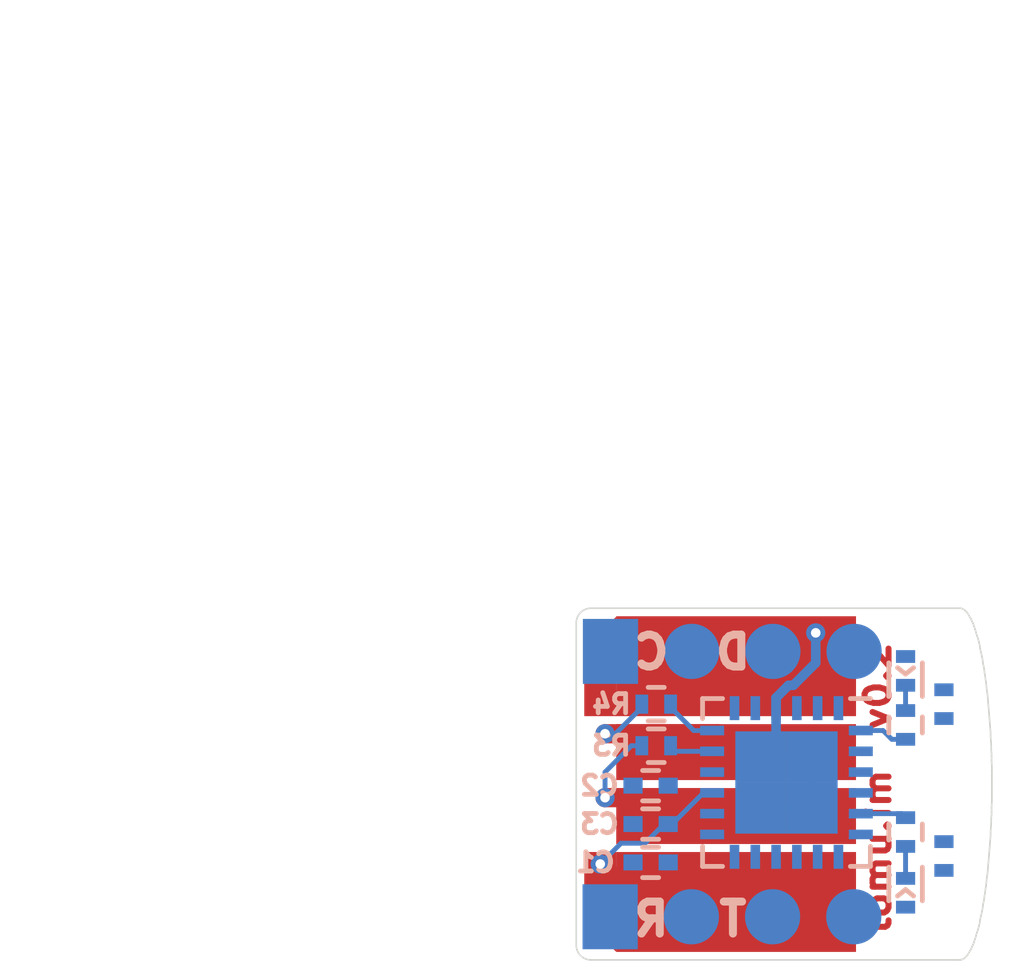
<source format=kicad_pcb>

(kicad_pcb
  (version 4)
  (host pcbnew 4.0.2+e4-6225~38~ubuntu14.04.1-stable)
  (general
    (links 43)
    (no_connects 0)
    (area 16.97489 17.974999 30.025001 29.02511)
    (thickness 1.6)
    (drawings 174)
    (tracks 189)
    (zones 0)
    (modules 16)
    (nets 24))
  (page User 200 150.012)
  (title_block
    (title "Tomu, I'm")
    (date $Id$)
    (company "Tim 'mithro' Ansell <mithro@mithis.com>")
    (comment 1 "License: CC-BY-SA 4.0 or TAPR")
    (comment 2 http://tomu.im)
    (comment 3 https://github.com/mithro/tomu))
  (layers
    (0 F.Cu signal)
    (31 B.Cu signal)
    (32 B.Adhes user hide)
    (33 F.Adhes user hide)
    (34 B.Paste user hide)
    (35 F.Paste user hide)
    (36 B.SilkS user hide)
    (37 F.SilkS user hide)
    (38 B.Mask user hide)
    (39 F.Mask user)
    (40 Dwgs.User user hide)
    (41 Cmts.User user hide)
    (42 Eco1.User user hide)
    (43 Eco2.User user hide)
    (44 Edge.Cuts user)
    (45 Margin user hide)
    (46 B.CrtYd user hide)
    (47 F.CrtYd user hide)
    (48 B.Fab user hide)
    (49 F.Fab user hide))
  (setup
    (last_trace_width 0.127)
    (user_trace_width 0.0254)
    (user_trace_width 0.1016)
    (user_trace_width 0.127)
    (user_trace_width 0.2032)
    (user_trace_width 0.254)
    (user_trace_width 0.3048)
    (trace_clearance 0.1524)
    (zone_clearance 0)
    (zone_45_only no)
    (trace_min 0.1524)
    (segment_width 0.1)
    (edge_width 0.15)
    (via_size 0.6)
    (via_drill 0.3)
    (via_min_size 0.4)
    (via_min_drill 0.3)
    (uvia_size 0.3)
    (uvia_drill 0.1)
    (uvias_allowed no)
    (uvia_min_size 0.2)
    (uvia_min_drill 0.1)
    (pcb_text_width 0.3)
    (pcb_text_size 1.5 1.5)
    (mod_edge_width 0.15)
    (mod_text_size 1 1)
    (mod_text_width 0.15)
    (pad_size 0.75 0.3)
    (pad_drill 0)
    (pad_to_mask_clearance 0.1)
    (solder_mask_min_width 0.1)
    (aux_axis_origin 0 0)
    (visible_elements FFFFFF7F)
    (pcbplotparams
      (layerselection 0x010f0_80000001)
      (usegerberextensions true)
      (excludeedgelayer true)
      (linewidth 0.1)
      (plotframeref false)
      (viasonmask false)
      (mode 1)
      (useauxorigin false)
      (hpglpennumber 1)
      (hpglpenspeed 20)
      (hpglpendiameter 15)
      (hpglpenoverlay 2)
      (psnegative false)
      (psa4output false)
      (plotreference true)
      (plotvalue true)
      (plotinvisibletext false)
      (padsonsilk false)
      (subtractmaskfromsilk false)
      (outputformat 1)
      (mirror false)
      (drillshape 0)
      (scaleselection 1)
      (outputdirectory gerber/)))
  (net 0 "")
  (net 1 GND)
  (net 2 +3V3)
  (net 3 /USB_5V)
  (net 4 "Net-(D1-Pad1)")
  (net 5 "Net-(D2-Pad1)")
  (net 6 /DBG_SWDIO)
  (net 7 /DBG_SWCLK)
  (net 8 /USB_D+)
  (net 9 /USB_D-)
  (net 10 "Net-(U1-Pad7)")
  (net 11 /DEC)
  (net 12 /LED1)
  (net 13 /LED0)
  (net 14 /RUSB_D+)
  (net 15 /RUSB_D-)
  (net 16 /CAP0A)
  (net 17 /CAP1A)
  (net 18 /CAP0B)
  (net 19 /CAP1B)
  (net 20 /LEU0_RX)
  (net 21 /LEU0_TX)
  (net 22 "Net-(U1-Pad6)")
  (net 23 "Net-(U1-Pad8)")
  (net_class Default "This is the default net class."
    (clearance 0.1524)
    (trace_width 0.1524)
    (via_dia 0.6)
    (via_drill 0.3)
    (uvia_dia 0.3)
    (uvia_drill 0.1)
    (add_net +3V3)
    (add_net /CAP0A)
    (add_net /CAP0B)
    (add_net /CAP1A)
    (add_net /CAP1B)
    (add_net /DBG_SWCLK)
    (add_net /DBG_SWDIO)
    (add_net /DEC)
    (add_net /LED0)
    (add_net /LED1)
    (add_net /LEU0_RX)
    (add_net /LEU0_TX)
    (add_net /RUSB_D+)
    (add_net /RUSB_D-)
    (add_net /USB_5V)
    (add_net /USB_D+)
    (add_net /USB_D-)
    (add_net GND)
    (add_net "Net-(D1-Pad1)")
    (add_net "Net-(D2-Pad1)")
    (add_net "Net-(U1-Pad6)")
    (add_net "Net-(U1-Pad7)")
    (add_net "Net-(U1-Pad8)"))
  (module Measurement_Points:Measurement_Point_Round-TH_Small
    (layer F.Cu)
    (tedit 579CC173)
    (tstamp 579CB3F9)
    (at 0 0)
    (descr "Mesurement Point, Square, Trough Hole,  DM 1.5mm, Drill 0.8mm,")
    (tags "Mesurement Point Round Trough Hole 1.5mm Drill 0.8mm")
    (attr virtual)
    (fp_text reference REF**
      (at 0 -2)
      (layer F.SilkS) hide
      (effects
        (font
          (size 1 1)
          (thickness 0.15))))
    (fp_text value Measurement_Point_Round-TH_Small
      (at 0 2)
      (layer F.Fab) hide
      (effects
        (font
          (size 1 1)
          (thickness 0.15))))
    (fp_circle
      (center 0 0)
      (end 1 0)
      (layer F.CrtYd)
      (width 0.05))
    (fp_poly
      (pts
        (xy 28.5 22.75)
        (xy 30.25 22.75)
        (xy 30.25 18.5)
        (xy 28.5 18.5)
        (xy 28.5 22.75))
      (layer B.Mask)
      (width 0.1))
    (fp_poly
      (pts
        (xy 28.5 28.5)
        (xy 28.5 24)
        (xy 30.25 24)
        (xy 30.25 28.5)
        (xy 28.5 28.5))
      (layer B.Mask)
      (width 0.1))
    (fp_poly
      (pts
        (xy 27.75 28.5)
        (xy 27.75 24)
        (xy 30.25 24)
        (xy 30.25 28.5)
        (xy 27.75 28.5))
      (layer F.Mask)
      (width 0.1))
    (fp_poly
      (pts
        (xy 30.25 22.75)
        (xy 30.25 18.5)
        (xy 27.75 18.5)
        (xy 27.75 22.75)
        (xy 30.25 22.75))
      (layer F.Mask)
      (width 0.1))
    (pad "" np_thru_hole oval
      (at 29 23.5 90)
      (size 2.5 0.8)
      (drill oval 2.5 0.8)
      (layers *.Cu)))
  (module debug-points
    (layer B.Cu)
    (tedit 579C71AA)
    (tstamp 5798C204)
    (at 18.06 27.65 270)
    (descr "Through hole pin header")
    (tags "pin header")
    (path /5798FD61)
    (fp_text reference P1
      (at 0 1.78 270)
      (layer Dwgs.User)
      (effects
        (font
          (size 1 1)
          (thickness 0.15))))
    (fp_text value USART0
      (at 0 3.1 270)
      (layer B.Fab)
      (effects
        (font
          (size 1 1)
          (thickness 0.15))
        (justify mirror)))
    (pad 1 smd rect
      (at 0 0 270)
      (size 2.032 1.7272)
      (layers B.Cu B.Paste B.Mask)
      (solder_mask_margin -0.25)
      (zone_connect 2))
    (pad 2 smd oval
      (at 0 -2.54 270)
      (size 1.7272 1.7272)
      (layers B.Cu B.Paste B.Mask)
      (solder_mask_margin -0.25)
      (zone_connect 2))
    (pad 3 smd oval
      (at 0 -5.08 270)
      (size 1.7272 1.7272)
      (layers B.Cu B.Paste B.Mask)
      (solder_mask_margin -0.25)
      (zone_connect 2))
    (pad 4 smd oval
      (at 0 -7.62 270)
      (size 1.7272 1.7272)
      (layers B.Cu B.Paste B.Mask)
      (solder_mask_margin -0.25)
      (zone_connect 2))
    (model Pin_Headers.3dshapes/Pin_Header_Angled_1x04.wrl
      (at
        (xyz 0 -0.15 0))
      (scale
        (xyz 1 1 1))
      (rotate
        (xyz 0 0 90))))
  (module Resistors_SMD:R_0402
    (layer B.Cu)
    (tedit 579CBFFC)
    (tstamp 5798C267)
    (at 27.3 25 90)
    (descr "Resistor SMD 0402, reflow soldering, Vishay (see dcrcw.pdf)")
    (tags "resistor 0402")
    (path /5798F38A)
    (attr smd)
    (fp_text reference R2
      (at 0 1.8 90)
      (layer B.SilkS) hide
      (effects
        (font
          (size 0.6 0.6)
          (thickness 0.15))
        (justify mirror)))
    (fp_text value 75
      (at 0 -1.8 90)
      (layer B.Fab)
      (effects
        (font
          (size 1 1)
          (thickness 0.15))
        (justify mirror)))
    (fp_line
      (start -0.95 0.65)
      (end 0.95 0.65)
      (layer B.CrtYd)
      (width 0.05))
    (fp_line
      (start -0.95 -0.65)
      (end 0.95 -0.65)
      (layer B.CrtYd)
      (width 0.05))
    (fp_line
      (start -0.95 0.65)
      (end -0.95 -0.65)
      (layer B.CrtYd)
      (width 0.05))
    (fp_line
      (start 0.95 0.65)
      (end 0.95 -0.65)
      (layer B.CrtYd)
      (width 0.05))
    (fp_line
      (start 0.25 0.525)
      (end -0.25 0.525)
      (layer B.SilkS)
      (width 0.15))
    (fp_line
      (start -0.25 -0.525)
      (end 0.25 -0.525)
      (layer B.SilkS)
      (width 0.15))
    (pad 1 smd rect
      (at -0.45 0 90)
      (size 0.4 0.6)
      (layers B.Cu B.Paste B.Mask)
      (net 5 "Net-(D2-Pad1)"))
    (pad 2 smd rect
      (at 0.45 0 90)
      (size 0.4 0.6)
      (layers B.Cu B.Paste B.Mask)
      (net 13 /LED0))
    (model Resistors_SMD.3dshapes/R_0402.wrl
      (at
        (xyz 0 0 0))
      (scale
        (xyz 1 1 1))
      (rotate
        (xyz 0 0 0))))
  (module LEDs:LED_0402
    (layer B.Cu)
    (tedit 579CC00C)
    (tstamp 5798C1BF)
    (at 27.3 19.96 90)
    (descr "LED 0402 smd package")
    (tags "LED led 0402 SMD smd SMT smt smdled SMDLED smtled SMTLED")
    (path /5798F0D5)
    (attr smd)
    (fp_text reference D1
      (at 0 1.8 90)
      (layer B.SilkS) hide
      (effects
        (font
          (size 1 1)
          (thickness 0.15))
        (justify mirror)))
    (fp_text value LED
      (at 0 -1.8 90)
      (layer B.Fab)
      (effects
        (font
          (size 1 1)
          (thickness 0.15))
        (justify mirror)))
    (fp_line
      (start -0.1 0)
      (end 0.1 -0.25)
      (layer B.SilkS)
      (width 0.15))
    (fp_line
      (start 0.1 0.25)
      (end -0.1 0)
      (layer B.SilkS)
      (width 0.15))
    (fp_line
      (start -0.95 0.65)
      (end 0.95 0.65)
      (layer B.CrtYd)
      (width 0.05))
    (fp_line
      (start -0.95 -0.65)
      (end 0.95 -0.65)
      (layer B.CrtYd)
      (width 0.05))
    (fp_line
      (start -0.95 0.65)
      (end -0.95 -0.65)
      (layer B.CrtYd)
      (width 0.05))
    (fp_line
      (start 0.95 0.65)
      (end 0.95 -0.65)
      (layer B.CrtYd)
      (width 0.05))
    (fp_line
      (start 0.25 0.525)
      (end -0.8 0.525)
      (layer B.SilkS)
      (width 0.15))
    (fp_line
      (start 0.25 -0.525)
      (end -0.8 -0.525)
      (layer B.SilkS)
      (width 0.15))
    (pad 1 smd rect
      (at -0.45 0 90)
      (size 0.4 0.6)
      (layers B.Cu B.Paste B.Mask)
      (net 4 "Net-(D1-Pad1)"))
    (pad 2 smd rect
      (at 0.45 0 90)
      (size 0.4 0.6)
      (layers B.Cu B.Paste B.Mask))
    (model LEDs.3dshapes/LED_0402.wrl
      (at
        (xyz 0 0 0))
      (scale
        (xyz 1 1 1))
      (rotate
        (xyz 0 0 180))))
  (module Capacitors_SMD:C_0402
    (layer B.Cu)
    (tedit 579C77D3)
    (tstamp 5798C199)
    (at 19.325 25.95)
    (descr "Capacitor SMD 0402, reflow soldering, AVX (see smccp.pdf)")
    (tags "capacitor 0402")
    (path /5798BCD7)
    (attr smd)
    (fp_text reference C1
      (at -1.725 0)
      (layer B.SilkS)
      (effects
        (font
          (size 0.6 0.6)
          (thickness 0.15))
        (justify mirror)))
    (fp_text value 1uF
      (at 0 -1.7)
      (layer B.Fab)
      (effects
        (font
          (size 1 1)
          (thickness 0.15))
        (justify mirror)))
    (fp_line
      (start -1.15 0.6)
      (end 1.15 0.6)
      (layer B.CrtYd)
      (width 0.05))
    (fp_line
      (start -1.15 -0.6)
      (end 1.15 -0.6)
      (layer B.CrtYd)
      (width 0.05))
    (fp_line
      (start -1.15 0.6)
      (end -1.15 -0.6)
      (layer B.CrtYd)
      (width 0.05))
    (fp_line
      (start 1.15 0.6)
      (end 1.15 -0.6)
      (layer B.CrtYd)
      (width 0.05))
    (fp_line
      (start 0.25 0.475)
      (end -0.25 0.475)
      (layer B.SilkS)
      (width 0.15))
    (fp_line
      (start -0.25 -0.475)
      (end 0.25 -0.475)
      (layer B.SilkS)
      (width 0.15))
    (pad 1 smd rect
      (at -0.55 0)
      (size 0.6 0.5)
      (layers B.Cu B.Paste B.Mask))
    (pad 2 smd rect
      (at 0.55 0)
      (size 0.6 0.5)
      (layers B.Cu B.Paste B.Mask))
    (model Capacitors_SMD.3dshapes/C_0402.wrl
      (at
        (xyz 0 0 0))
      (scale
        (xyz 1 1 1))
      (rotate
        (xyz 0 0 0))))
  (module Capacitors_SMD:C_0402
    (layer B.Cu)
    (tedit 579C77A2)
    (tstamp 5798C1A5)
    (at 19.325 23.55 180)
    (descr "Capacitor SMD 0402, reflow soldering, AVX (see smccp.pdf)")
    (tags "capacitor 0402")
    (path /5798B89B)
    (attr smd)
    (fp_text reference C2
      (at 1.6 0 180)
      (layer B.SilkS)
      (effects
        (font
          (size 0.6 0.6)
          (thickness 0.15))
        (justify mirror)))
    (fp_text value 1uF
      (at 0 -1.7 180)
      (layer B.Fab)
      (effects
        (font
          (size 1 1)
          (thickness 0.15))
        (justify mirror)))
    (fp_line
      (start -1.15 0.6)
      (end 1.15 0.6)
      (layer B.CrtYd)
      (width 0.05))
    (fp_line
      (start -1.15 -0.6)
      (end 1.15 -0.6)
      (layer B.CrtYd)
      (width 0.05))
    (fp_line
      (start -1.15 0.6)
      (end -1.15 -0.6)
      (layer B.CrtYd)
      (width 0.05))
    (fp_line
      (start 1.15 0.6)
      (end 1.15 -0.6)
      (layer B.CrtYd)
      (width 0.05))
    (fp_line
      (start 0.25 0.475)
      (end -0.25 0.475)
      (layer B.SilkS)
      (width 0.15))
    (fp_line
      (start -0.25 -0.475)
      (end 0.25 -0.475)
      (layer B.SilkS)
      (width 0.15))
    (pad 1 smd rect
      (at -0.55 0 180)
      (size 0.6 0.5)
      (layers B.Cu B.Paste B.Mask))
    (pad 2 smd rect
      (at 0.55 0 180)
      (size 0.6 0.5)
      (layers B.Cu B.Paste B.Mask))
    (model Capacitors_SMD.3dshapes/C_0402.wrl
      (at
        (xyz 0 0 0))
      (scale
        (xyz 1 1 1))
      (rotate
        (xyz 0 0 0))))
  (module Capacitors_SMD:C_0402
    (layer B.Cu)
    (tedit 579C77A9)
    (tstamp 5798C1B1)
    (at 19.325 24.75 180)
    (descr "Capacitor SMD 0402, reflow soldering, AVX (see smccp.pdf)")
    (tags "capacitor 0402")
    (path /5798BA32)
    (attr smd)
    (fp_text reference C3
      (at 1.6 0 180)
      (layer B.SilkS)
      (effects
        (font
          (size 0.6 0.6)
          (thickness 0.15))
        (justify mirror)))
    (fp_text value 47uF
      (at 0 -1.7 180)
      (layer B.Fab)
      (effects
        (font
          (size 1 1)
          (thickness 0.15))
        (justify mirror)))
    (fp_line
      (start -1.15 0.6)
      (end 1.15 0.6)
      (layer B.CrtYd)
      (width 0.05))
    (fp_line
      (start -1.15 -0.6)
      (end 1.15 -0.6)
      (layer B.CrtYd)
      (width 0.05))
    (fp_line
      (start -1.15 0.6)
      (end -1.15 -0.6)
      (layer B.CrtYd)
      (width 0.05))
    (fp_line
      (start 1.15 0.6)
      (end 1.15 -0.6)
      (layer B.CrtYd)
      (width 0.05))
    (fp_line
      (start 0.25 0.475)
      (end -0.25 0.475)
      (layer B.SilkS)
      (width 0.15))
    (fp_line
      (start -0.25 -0.475)
      (end 0.25 -0.475)
      (layer B.SilkS)
      (width 0.15))
    (pad 1 smd rect
      (at -0.55 0 180)
      (size 0.6 0.5)
      (layers B.Cu B.Paste B.Mask))
    (pad 2 smd rect
      (at 0.55 0 180)
      (size 0.6 0.5)
      (layers B.Cu B.Paste B.Mask))
    (model Capacitors_SMD.3dshapes/C_0402.wrl
      (at
        (xyz 0 0 0))
      (scale
        (xyz 1 1 1))
      (rotate
        (xyz 0 0 0))))
  (module LEDs:LED_0402
    (layer B.Cu)
    (tedit 579CBFF6)
    (tstamp 5798C1CD)
    (at 27.3 26.9 270)
    (descr "LED 0402 smd package")
    (tags "LED led 0402 SMD smd SMT smt smdled SMDLED smtled SMTLED")
    (path /5798F173)
    (attr smd)
    (fp_text reference D2
      (at 0.1 1.325 360)
      (layer B.SilkS) hide
      (effects
        (font
          (size 0.6 0.6)
          (thickness 0.15))
        (justify mirror)))
    (fp_text value LED
      (at 0 -1.8 270)
      (layer B.Fab)
      (effects
        (font
          (size 1 1)
          (thickness 0.15))
        (justify mirror)))
    (fp_line
      (start -0.1 0)
      (end 0.1 -0.25)
      (layer B.SilkS)
      (width 0.15))
    (fp_line
      (start 0.1 0.25)
      (end -0.1 0)
      (layer B.SilkS)
      (width 0.15))
    (fp_line
      (start -0.95 0.65)
      (end 0.95 0.65)
      (layer B.CrtYd)
      (width 0.05))
    (fp_line
      (start -0.95 -0.65)
      (end 0.95 -0.65)
      (layer B.CrtYd)
      (width 0.05))
    (fp_line
      (start -0.95 0.65)
      (end -0.95 -0.65)
      (layer B.CrtYd)
      (width 0.05))
    (fp_line
      (start 0.95 0.65)
      (end 0.95 -0.65)
      (layer B.CrtYd)
      (width 0.05))
    (fp_line
      (start 0.25 0.525)
      (end -0.8 0.525)
      (layer B.SilkS)
      (width 0.15))
    (fp_line
      (start 0.25 -0.525)
      (end -0.8 -0.525)
      (layer B.SilkS)
      (width 0.15))
    (pad 1 smd rect
      (at -0.45 0 270)
      (size 0.4 0.6)
      (layers B.Cu B.Paste B.Mask)
      (net 5 "Net-(D2-Pad1)"))
    (pad 2 smd rect
      (at 0.45 0 270)
      (size 0.4 0.6)
      (layers B.Cu B.Paste B.Mask))
    (model LEDs.3dshapes/LED_0402.wrl
      (at
        (xyz 0 0 0))
      (scale
        (xyz 1 1 1))
      (rotate
        (xyz 0 0 180))))
  (module Resistors_SMD:R_0402
    (layer B.Cu)
    (tedit 579CC000)
    (tstamp 5798C25B)
    (at 27.3 21.65 90)
    (descr "Resistor SMD 0402, reflow soldering, Vishay (see dcrcw.pdf)")
    (tags "resistor 0402")
    (path /5798F3FD)
    (attr smd)
    (fp_text reference R1
      (at 0 1.8 90)
      (layer B.SilkS) hide
      (effects
        (font
          (size 0.6 0.6)
          (thickness 0.15))
        (justify mirror)))
    (fp_text value 75
      (at 0 -1.8 90)
      (layer B.Fab)
      (effects
        (font
          (size 1 1)
          (thickness 0.15))
        (justify mirror)))
    (fp_line
      (start -0.95 0.65)
      (end 0.95 0.65)
      (layer B.CrtYd)
      (width 0.05))
    (fp_line
      (start -0.95 -0.65)
      (end 0.95 -0.65)
      (layer B.CrtYd)
      (width 0.05))
    (fp_line
      (start -0.95 0.65)
      (end -0.95 -0.65)
      (layer B.CrtYd)
      (width 0.05))
    (fp_line
      (start 0.95 0.65)
      (end 0.95 -0.65)
      (layer B.CrtYd)
      (width 0.05))
    (fp_line
      (start 0.25 0.525)
      (end -0.25 0.525)
      (layer B.SilkS)
      (width 0.15))
    (fp_line
      (start -0.25 -0.525)
      (end 0.25 -0.525)
      (layer B.SilkS)
      (width 0.15))
    (pad 1 smd rect
      (at -0.45 0 90)
      (size 0.4 0.6)
      (layers B.Cu B.Paste B.Mask)
      (net 12 /LED1))
    (pad 2 smd rect
      (at 0.45 0 90)
      (size 0.4 0.6)
      (layers B.Cu B.Paste B.Mask)
      (net 4 "Net-(D1-Pad1)"))
    (model Resistors_SMD.3dshapes/R_0402.wrl
      (at
        (xyz 0 0 0))
      (scale
        (xyz 1 1 1))
      (rotate
        (xyz 0 0 0))))
  (module Resistors_SMD:R_0402
    (layer B.Cu)
    (tedit 579C76C1)
    (tstamp 5798C273)
    (at 19.5 22.3)
    (descr "Resistor SMD 0402, reflow soldering, Vishay (see dcrcw.pdf)")
    (tags "resistor 0402")
    (path /5798C3BC)
    (attr smd)
    (fp_text reference R3
      (at -1.4 0)
      (layer B.SilkS)
      (effects
        (font
          (size 0.6 0.6)
          (thickness 0.15))
        (justify mirror)))
    (fp_text value 15
      (at 0 -1.8)
      (layer B.Fab)
      (effects
        (font
          (size 1 1)
          (thickness 0.15))
        (justify mirror)))
    (fp_line
      (start -0.95 0.65)
      (end 0.95 0.65)
      (layer B.CrtYd)
      (width 0.05))
    (fp_line
      (start -0.95 -0.65)
      (end 0.95 -0.65)
      (layer B.CrtYd)
      (width 0.05))
    (fp_line
      (start -0.95 0.65)
      (end -0.95 -0.65)
      (layer B.CrtYd)
      (width 0.05))
    (fp_line
      (start 0.95 0.65)
      (end 0.95 -0.65)
      (layer B.CrtYd)
      (width 0.05))
    (fp_line
      (start 0.25 0.525)
      (end -0.25 0.525)
      (layer B.SilkS)
      (width 0.15))
    (fp_line
      (start -0.25 -0.525)
      (end 0.25 -0.525)
      (layer B.SilkS)
      (width 0.15))
    (pad 1 smd rect
      (at -0.45 0)
      (size 0.4 0.6)
      (layers B.Cu B.Paste B.Mask)
      (net 9 /USB_D-))
    (pad 2 smd rect
      (at 0.45 0)
      (size 0.4 0.6)
      (layers B.Cu B.Paste B.Mask)
      (net 15 /RUSB_D-))
    (model Resistors_SMD.3dshapes/R_0402.wrl
      (at
        (xyz 0 0 0))
      (scale
        (xyz 1 1 1))
      (rotate
        (xyz 0 0 0))))
  (module Resistors_SMD:R_0402
    (layer B.Cu)
    (tedit 579C7699)
    (tstamp 5798C27F)
    (at 19.5 21)
    (descr "Resistor SMD 0402, reflow soldering, Vishay (see dcrcw.pdf)")
    (tags "resistor 0402")
    (path /5798C529)
    (attr smd)
    (fp_text reference R4
      (at -1.4 0)
      (layer B.SilkS)
      (effects
        (font
          (size 0.6 0.6)
          (thickness 0.15))
        (justify mirror)))
    (fp_text value 15
      (at 0 -1.8)
      (layer B.Fab)
      (effects
        (font
          (size 1 1)
          (thickness 0.15))
        (justify mirror)))
    (fp_line
      (start -0.95 0.65)
      (end 0.95 0.65)
      (layer B.CrtYd)
      (width 0.05))
    (fp_line
      (start -0.95 -0.65)
      (end 0.95 -0.65)
      (layer B.CrtYd)
      (width 0.05))
    (fp_line
      (start -0.95 0.65)
      (end -0.95 -0.65)
      (layer B.CrtYd)
      (width 0.05))
    (fp_line
      (start 0.95 0.65)
      (end 0.95 -0.65)
      (layer B.CrtYd)
      (width 0.05))
    (fp_line
      (start 0.25 0.525)
      (end -0.25 0.525)
      (layer B.SilkS)
      (width 0.15))
    (fp_line
      (start -0.25 -0.525)
      (end 0.25 -0.525)
      (layer B.SilkS)
      (width 0.15))
    (pad 1 smd rect
      (at -0.45 0)
      (size 0.4 0.6)
      (layers B.Cu B.Paste B.Mask)
      (net 8 /USB_D+))
    (pad 2 smd rect
      (at 0.45 0)
      (size 0.4 0.6)
      (layers B.Cu B.Paste B.Mask)
      (net 14 /RUSB_D+))
    (model Resistors_SMD.3dshapes/R_0402.wrl
      (at
        (xyz 0 0 0))
      (scale
        (xyz 1 1 1))
      (rotate
        (xyz 0 0 0))))
  (module usb-pcb:debug-points
    (layer B.Cu)
    (tedit 579C71AA)
    (tstamp 5798C23B)
    (at 18.07 19.35 270)
    (descr "Through hole pin header")
    (tags "pin header")
    (path /5798E965)
    (fp_text reference P2
      (at 0.03 1.82 270)
      (layer Dwgs.User)
      (effects
        (font
          (size 1 1)
          (thickness 0.15))))
    (fp_text value DEBUG
      (at 0 3.1 270)
      (layer B.Fab)
      (effects
        (font
          (size 1 1)
          (thickness 0.15))
        (justify mirror)))
    (pad 1 smd rect
      (at 0 0 270)
      (size 2.032 1.7272)
      (layers B.Cu B.Paste B.Mask)
      (solder_mask_margin -0.25)
      (zone_connect 2))
    (pad 2 smd oval
      (at 0 -2.54 270)
      (size 1.7272 1.7272)
      (layers B.Cu B.Paste B.Mask)
      (solder_mask_margin -0.25)
      (zone_connect 2))
    (pad 3 smd oval
      (at 0 -5.08 270)
      (size 1.7272 1.7272)
      (layers B.Cu B.Paste B.Mask)
      (solder_mask_margin -0.25)
      (zone_connect 2))
    (pad 4 smd oval
      (at 0 -7.62 270)
      (size 1.7272 1.7272)
      (layers B.Cu B.Paste B.Mask)
      (solder_mask_margin -0.25)
      (zone_connect 2))
    (model Pin_Headers.3dshapes/Pin_Header_Angled_1x04.wrl
      (at
        (xyz 0 -0.15 0))
      (scale
        (xyz 1 1 1))
      (rotate
        (xyz 0 0 90))))
  (module Housings_DFN_QFN:QFN-24-1EP_5x5mm_Pitch0.65mm
    (layer B.Cu)
    (tedit 57A16287)
    (tstamp 5798C2AA)
    (at 23.575 23.45 180)
    (descr "UH Package; 24-Lead Plastic QFN (5mm x 5mm); (see Linear Technology (UH24) QFN 05-08-1747 Rev A.pdf)")
    (tags "QFN 0.65")
    (path /5798B6D7)
    (attr smd)
    (fp_text reference U1
      (at 0 3.7 180)
      (layer B.SilkS) hide
      (effects
        (font
          (size 1 1)
          (thickness 0.15))
        (justify mirror)))
    (fp_text value EFM32HG309
      (at 0 -3.7 180)
      (layer B.Fab)
      (effects
        (font
          (size 1 1)
          (thickness 0.15))
        (justify mirror)))
    (fp_line
      (start -2.95 2.95)
      (end -2.95 -2.95)
      (layer B.CrtYd)
      (width 0.05))
    (fp_line
      (start 2.95 2.95)
      (end 2.95 -2.95)
      (layer B.CrtYd)
      (width 0.05))
    (fp_line
      (start -2.95 2.95)
      (end 2.95 2.95)
      (layer B.CrtYd)
      (width 0.05))
    (fp_line
      (start -2.95 -2.95)
      (end 2.95 -2.95)
      (layer B.CrtYd)
      (width 0.05))
    (fp_line
      (start 2.625 2.625)
      (end 2.625 2)
      (layer B.SilkS)
      (width 0.15))
    (fp_line
      (start -2.625 -2.625)
      (end -2.625 -2)
      (layer B.SilkS)
      (width 0.15))
    (fp_line
      (start 2.625 -2.625)
      (end 2.625 -2)
      (layer B.SilkS)
      (width 0.15))
    (fp_line
      (start -2.625 2.625)
      (end -2 2.625)
      (layer B.SilkS)
      (width 0.15))
    (fp_line
      (start -2.625 -2.625)
      (end -2 -2.625)
      (layer B.SilkS)
      (width 0.15))
    (fp_line
      (start 2.625 -2.625)
      (end 2 -2.625)
      (layer B.SilkS)
      (width 0.15))
    (fp_line
      (start 2.625 2.625)
      (end 2 2.625)
      (layer B.SilkS)
      (width 0.15))
    (pad 1 smd rect
      (at -2.325 1.625 180)
      (size 0.75 0.3)
      (layers B.Cu B.Paste B.Mask)
      (net 12 /LED1))
    (pad 2 smd rect
      (at -2.325 0.975 180)
      (size 0.75 0.3)
      (layers B.Cu B.Paste B.Mask))
    (pad 3 smd rect
      (at -2.325 0.325 180)
      (size 0.75 0.3)
      (layers B.Cu B.Paste B.Mask))
    (pad 4 smd rect
      (at -2.325 -0.325 180)
      (size 0.75 0.3)
      (layers B.Cu B.Paste B.Mask))
    (pad 5 smd rect
      (at -2.325 -0.975 180)
      (size 0.75 0.3)
      (layers B.Cu B.Paste B.Mask)
      (net 13 /LED0))
    (pad 6 smd rect
      (at -2.325 -1.625 180)
      (size 0.75 0.3)
      (layers B.Cu B.Paste B.Mask))
    (pad 7 smd rect
      (at -1.625 -2.325 90)
      (size 0.75 0.3)
      (layers B.Cu B.Paste B.Mask))
    (pad 8 smd rect
      (at -0.975 -2.325 90)
      (size 0.75 0.3)
      (layers B.Cu B.Paste B.Mask))
    (pad 9 smd rect
      (at -0.325 -2.325 90)
      (size 0.75 0.3)
      (layers B.Cu B.Paste B.Mask))
    (pad 10 smd rect
      (at 0.325 -2.325 90)
      (size 0.75 0.3)
      (layers B.Cu B.Paste B.Mask))
    (pad 11 smd rect
      (at 0.975 -2.325 90)
      (size 0.75 0.3)
      (layers B.Cu B.Paste B.Mask))
    (pad 12 smd rect
      (at 1.625 -2.325 90)
      (size 0.75 0.3)
      (layers B.Cu B.Paste B.Mask))
    (pad 13 smd rect
      (at 2.325 -1.625 180)
      (size 0.75 0.3)
      (layers B.Cu B.Paste B.Mask))
    (pad 14 smd rect
      (at 2.325 -0.975 180)
      (size 0.75 0.3)
      (layers B.Cu B.Paste B.Mask))
    (pad 15 smd rect
      (at 2.325 -0.325 180)
      (size 0.75 0.3)
      (layers B.Cu B.Paste B.Mask)
      (net 3 /USB_5V))
    (pad 16 smd rect
      (at 2.325 0.325 180)
      (size 0.75 0.3)
      (layers B.Cu B.Paste B.Mask))
    (pad 17 smd rect
      (at 2.325 0.975 180)
      (size 0.75 0.3)
      (layers B.Cu B.Paste B.Mask)
      (net 15 /RUSB_D-))
    (pad 18 smd rect
      (at 2.325 1.625 180)
      (size 0.75 0.3)
      (layers B.Cu B.Paste B.Mask)
      (net 14 /RUSB_D+))
    (pad 19 smd rect
      (at 1.625 2.325 90)
      (size 0.75 0.3)
      (layers B.Cu B.Paste B.Mask))
    (pad 20 smd rect
      (at 0.975 2.325 90)
      (size 0.75 0.3)
      (layers B.Cu B.Paste B.Mask))
    (pad 21 smd rect
      (at 0.325 2.325 90)
      (size 0.75 0.3)
      (layers B.Cu)
      (net 1 GND))
    (pad 22 smd rect
      (at -0.325 2.325 90)
      (size 0.75 0.3)
      (layers B.Cu B.Paste B.Mask))
    (pad 23 smd rect
      (at -0.975 2.325 90)
      (size 0.75 0.3)
      (layers B.Cu B.Paste B.Mask))
    (pad 24 smd rect
      (at -1.625 2.325 90)
      (size 0.75 0.3)
      (layers B.Cu B.Paste B.Mask))
    (pad 25 smd rect
      (at 0.8 -0.8 180)
      (size 1.6 1.6)
      (layers B.Cu B.Paste B.Mask)
      (net 1 GND)
      (solder_paste_margin_ratio -0.2))
    (pad 25 smd rect
      (at 0.8 0.8 180)
      (size 1.6 1.6)
      (layers B.Cu B.Paste B.Mask)
      (net 1 GND)
      (solder_paste_margin_ratio -0.2))
    (pad 25 smd rect
      (at -0.8 -0.8 180)
      (size 1.6 1.6)
      (layers B.Cu B.Paste B.Mask)
      (net 1 GND)
      (solder_paste_margin_ratio -0.2))
    (pad 25 smd rect
      (at -0.8 0.8 180)
      (size 1.6 1.6)
      (layers B.Cu B.Paste B.Mask)
      (net 1 GND)
      (solder_paste_margin_ratio -0.2))
    (model Housings_DFN_QFN.3dshapes/QFN-24-1EP_5x5mm_Pitch0.65mm.wrl
      (at
        (xyz 0 0 0))
      (scale
        (xyz 1 1 1))
      (rotate
        (xyz 0 0 0))))
  (module usb-pcb:minimal-points
    (layer B.Cu)
    (tedit 579CB616)
    (tstamp 5798C2C0)
    (at 28.5 21 270)
    (descr "Resistor SMD 0402, reflow soldering, Vishay (see dcrcw.pdf)")
    (tags "resistor 0402")
    (path /57990318)
    (attr smd)
    (fp_text reference W1
      (at 0 1.8 270)
      (layer Dwgs.User)
      (effects
        (font
          (size 1 1)
          (thickness 0.15))))
    (fp_text value CAP0
      (at 0 -1.8 270)
      (layer Dwgs.User)
      (effects
        (font
          (size 1 1)
          (thickness 0.15))))
    (pad 1 smd rect
      (at -0.45 0 270)
      (size 0.4 0.6)
      (layers B.Cu))
    (pad 2 smd rect
      (at 0.45 0 270)
      (size 0.4 0.6)
      (layers B.Cu))
    (model Resistors_SMD.3dshapes/R_0402.wrl
      (at
        (xyz 0 0 0))
      (scale
        (xyz 1 1 1))
      (rotate
        (xyz 0 0 0))))
  (module usb-pcb:minimal-points
    (layer B.Cu)
    (tedit 579CB616)
    (tstamp 5798C2D6)
    (at 28.5 25.75 270)
    (descr "Resistor SMD 0402, reflow soldering, Vishay (see dcrcw.pdf)")
    (tags "resistor 0402")
    (path /57990582)
    (attr smd)
    (fp_text reference W2
      (at 0 1.8 270)
      (layer Dwgs.User)
      (effects
        (font
          (size 1 1)
          (thickness 0.15))))
    (fp_text value CAP1
      (at 0 -1.8 270)
      (layer Dwgs.User)
      (effects
        (font
          (size 1 1)
          (thickness 0.15))))
    (pad 1 smd rect
      (at -0.45 0 270)
      (size 0.4 0.6)
      (layers B.Cu))
    (pad 2 smd rect
      (at 0.45 0 270)
      (size 0.4 0.6)
      (layers B.Cu))
    (model Resistors_SMD.3dshapes/R_0402.wrl
      (at
        (xyz 0 0 0))
      (scale
        (xyz 1 1 1))
      (rotate
        (xyz 0 0 0))))
  (module usb-pcb:USB-PCB
    (layer F.Cu)
    (tedit 579DB13B)
    (tstamp 5798C24F)
    (at 17 29)
    (path /5798BECB)
    (fp_text reference P3
      (at 2 2.5)
      (layer Cmts.User)
      (effects
        (font
          (size 1 1)
          (thickness 0.15))))
    (fp_text value USB-PCB
      (at 3.5 1)
      (layer F.Fab)
      (effects
        (font
          (size 1 1)
          (thickness 0.15))))
    (fp_text user +
      (at 9.46 -6.43 90)
      (layer Dwgs.User)
      (effects
        (font
          (size 1 1)
          (thickness 0.15))))
    (fp_text user 5V
      (at 9.5 -1.925 90)
      (layer Dwgs.User)
      (effects
        (font
          (size 1 1)
          (thickness 0.15))))
    (fp_text user 12.00mm
      (at 6 -12.5)
      (layer Cmts.User)
      (effects
        (font
          (size 1 1)
          (thickness 0.05))))
    (fp_text user 11.00mm
      (at 13 -5 90)
      (layer Cmts.User)
      (effects
        (font
          (size 1 1)
          (thickness 0.05))))
    (fp_text user 3.50mm
      (at -1.5 -2 90)
      (layer Cmts.User)
      (effects
        (font
          (size 0.25 0.14)
          (thickness 0.035))))
    (fp_text user 2.00mm
      (at -1.5 -4.5 90)
      (layer Cmts.User)
      (effects
        (font
          (size 0.25 0.15)
          (thickness 0.0375))))
    (fp_text user 2.00mm
      (at -1.5 -6.5 90)
      (layer Cmts.User)
      (effects
        (font
          (size 0.25 0.15)
          (thickness 0.0375))))
    (fp_text user 3.50mm
      (at -1.5 -9.5 90)
      (layer Cmts.User)
      (effects
        (font
          (size 0.25 0.14)
          (thickness 0.035))))
    (fp_text user -
      (at 9.44 -4.54 90)
      (layer Dwgs.User)
      (effects
        (font
          (size 1 1)
          (thickness 0.15))))
    (fp_text user GND
      (at 9.5 -9.125 90)
      (layer Dwgs.User)
      (effects
        (font
          (size 1 1)
          (thickness 0.15))))
    (fp_line
      (start 0 -11)
      (end 0 -13)
      (layer Cmts.User)
      (width 0.05))
    (fp_line
      (start 0 -12)
      (end 0.5 -11.5)
      (layer Cmts.User)
      (width 0.05))
    (fp_line
      (start 0 -12)
      (end 0.5 -12.5)
      (layer Cmts.User)
      (width 0.05))
    (fp_line
      (start 12 -12)
      (end 0 -12)
      (layer Cmts.User)
      (width 0.05))
    (fp_line
      (start 11.5 -11.5)
      (end 12 -12)
      (layer Cmts.User)
      (width 0.05))
    (fp_line
      (start 12 -12)
      (end 11.5 -11.5)
      (layer Cmts.User)
      (width 0.05))
    (fp_line
      (start 11.5 -12.5)
      (end 12 -12)
      (layer Cmts.User)
      (width 0.05))
    (fp_line
      (start 12 -12)
      (end 11.5 -12.5)
      (layer Cmts.User)
      (width 0.05))
    (fp_line
      (start 12 -11)
      (end 12 -13)
      (layer Cmts.User)
      (width 0.05))
    (fp_line
      (start 12 0)
      (end 12 -11)
      (layer Dwgs.User)
      (width 0.05))
    (fp_line
      (start 12 -11)
      (end 0 -11)
      (layer Dwgs.User)
      (width 0.05))
    (fp_line
      (start 12 0)
      (end 0 0)
      (layer Dwgs.User)
      (width 0.05))
    (fp_line
      (start 0 0)
      (end 0 -11)
      (layer Dwgs.User)
      (width 0.05))
    (fp_line
      (start 13.5 0)
      (end 13.5 -11)
      (layer Cmts.User)
      (width 0.05))
    (fp_line
      (start 12 -11)
      (end 14 -11)
      (layer Cmts.User)
      (width 0.05))
    (fp_line
      (start 13.5 -11)
      (end 13 -10.5)
      (layer Cmts.User)
      (width 0.05))
    (fp_line
      (start 13.5 -11)
      (end 14 -10.5)
      (layer Cmts.User)
      (width 0.05))
    (fp_line
      (start 12 0)
      (end 14 0)
      (layer Cmts.User)
      (width 0.05))
    (fp_line
      (start 13.5 0)
      (end 14 -0.5)
      (layer Cmts.User)
      (width 0.05))
    (fp_line
      (start 13 -0.5)
      (end 13.5 0)
      (layer Cmts.User)
      (width 0.05))
    (fp_line
      (start 13.5 0)
      (end 13 -0.5)
      (layer Cmts.User)
      (width 0.05))
    (fp_line
      (start 14 -0.5)
      (end 13.5 0)
      (layer Cmts.User)
      (width 0.05))
    (fp_line
      (start -1 -7.5)
      (end -0.5 -8)
      (layer Cmts.User)
      (width 0.05))
    (fp_line
      (start -1 -11)
      (end -1 -7.5)
      (layer Cmts.User)
      (width 0.05))
    (fp_line
      (start -1 -11)
      (end -0.5 -10.5)
      (layer Cmts.User)
      (width 0.05))
    (fp_line
      (start -1.5 -10.5)
      (end -1 -11)
      (layer Cmts.User)
      (width 0.05))
    (fp_line
      (start -0.5 -10.5)
      (end -1 -11)
      (layer Cmts.User)
      (width 0.05))
    (fp_line
      (start -1 -11)
      (end -1.5 -10.5)
      (layer Cmts.User)
      (width 0.05))
    (fp_line
      (start -1 -7.5)
      (end -1.5 -8)
      (layer Cmts.User)
      (width 0.05))
    (fp_line
      (start 0 -11)
      (end -2 -11)
      (layer Cmts.User)
      (width 0.05))
    (fp_line
      (start 0 -7.5)
      (end -2 -7.5)
      (layer Cmts.User)
      (width 0.05))
    (fp_line
      (start -1 0)
      (end -0.5 -0.5)
      (layer Cmts.User)
      (width 0.05))
    (fp_line
      (start -1 -3.5)
      (end -1 0)
      (layer Cmts.User)
      (width 0.05))
    (fp_line
      (start -1 0)
      (end -1.5 -0.5)
      (layer Cmts.User)
      (width 0.05))
    (fp_line
      (start -1 -3.5)
      (end -1.5 -3)
      (layer Cmts.User)
      (width 0.05))
    (fp_line
      (start -1.5 -3)
      (end -1 -3.5)
      (layer Cmts.User)
      (width 0.05))
    (fp_line
      (start -1 -3.5)
      (end -0.5 -3)
      (layer Cmts.User)
      (width 0.05))
    (fp_line
      (start -0.5 -3)
      (end -1 -3.5)
      (layer Cmts.User)
      (width 0.05))
    (fp_line
      (start 0 -3.5)
      (end -2 -3.5)
      (layer Cmts.User)
      (width 0.05))
    (fp_line
      (start 0 0)
      (end -2 0)
      (layer Cmts.User)
      (width 0.05))
    (fp_line
      (start -0.5 -5)
      (end -1 -5.5)
      (layer Cmts.User)
      (width 0.05))
    (fp_line
      (start -1 -5.5)
      (end -1.5 -5)
      (layer Cmts.User)
      (width 0.05))
    (fp_line
      (start -1.5 -5)
      (end -1 -5.5)
      (layer Cmts.User)
      (width 0.05))
    (fp_line
      (start -1 -5.5)
      (end -0.5 -5)
      (layer Cmts.User)
      (width 0.05))
    (fp_line
      (start 0 -5.5)
      (end -2 -5.5)
      (layer Cmts.User)
      (width 0.05))
    (fp_line
      (start -1 -5.5)
      (end -1 -3.5)
      (layer Cmts.User)
      (width 0.05))
    (fp_line
      (start -1 -3.5)
      (end -1.5 -4)
      (layer Cmts.User)
      (width 0.05))
    (fp_line
      (start -1 -3.5)
      (end -0.5 -4)
      (layer Cmts.User)
      (width 0.05))
    (fp_line
      (start -0.5 -7)
      (end -1 -7.5)
      (layer Cmts.User)
      (width 0.05))
    (fp_line
      (start -1 -7.5)
      (end -1.5 -7)
      (layer Cmts.User)
      (width 0.05))
    (fp_line
      (start -1 -7.5)
      (end -0.5 -7)
      (layer Cmts.User)
      (width 0.05))
    (fp_line
      (start -1.5 -7)
      (end -1 -7.5)
      (layer Cmts.User)
      (width 0.05))
    (fp_line
      (start -1 -7.5)
      (end -1 -5.5)
      (layer Cmts.User)
      (width 0.05))
    (fp_line
      (start -1 -5.5)
      (end -1.5 -6)
      (layer Cmts.User)
      (width 0.05))
    (fp_line
      (start -1 -5.5)
      (end -0.5 -6)
      (layer Cmts.User)
      (width 0.05))
    (fp_poly
      (pts
        (xy 0 0)
        (xy 12 0)
        (xy 12 -0.25)
        (xy 0.25 -0.25)
        (xy 0.25 -10.75)
        (xy 12 -10.75)
        (xy 12 -11)
        (xy 0 -11)
        (xy 0 0))
      (layer Dwgs.User)
      (width 0.01))
    (fp_poly
      (pts
        (xy 1.5 -3.75)
        (xy 8.5 -3.75)
        (xy 8.5 -5.25)
        (xy 1.5 -5.25)
        (xy 1.5 -3.75))
      (layer F.Mask)
      (width 0.01))
    (fp_poly
      (pts
        (xy 8.5 -3.25)
        (xy 1.5 -3.25)
        (xy 0.75 -2.5)
        (xy 0.75 -1.5)
        (xy 1.5 -0.75)
        (xy 8.5 -0.75)
        (xy 8.5 -3.25))
      (layer F.Mask)
      (width 0.01))
    (fp_poly
      (pts
        (xy 1.5 -5.75)
        (xy 8.5 -5.75)
        (xy 8.5 -7.25)
        (xy 1.5 -7.25)
        (xy 1.5 -5.75))
      (layer F.Mask)
      (width 0.01))
    (fp_poly
      (pts
        (xy 8.5 -10.25)
        (xy 8.5 -7.75)
        (xy 1.5 -7.75)
        (xy 0.75 -8.5)
        (xy 0.75 -9.5)
        (xy 1.5 -10.25)
        (xy 8.5 -10.25))
      (layer F.Mask)
      (width 0.01))
    (pad 1 connect rect
      (at 5 -1.8125)
      (size 7.5 3.125)
      (layers F.Cu)
      (net 3 /USB_5V)
      (zone_connect 2))
    (pad 4 connect rect
      (at 5 -9.1875)
      (size 7.5 3.125)
      (layers F.Cu)
      (net 1 GND)
      (zone_connect 2))
    (pad 2 connect rect
      (at 5 -4.5)
      (size 7.5 1.75)
      (layers F.Cu)
      (net 9 /USB_D-)
      (zone_connect 2))
    (pad 3 connect rect
      (at 5 -6.5)
      (size 7.5 1.75)
      (layers F.Cu)
      (net 8 /USB_D+)
      (zone_connect 2))
    (pad 1 connect trapezoid
      (at 0.75 -1.8125 180)
      (size 1 2.125)
      (rect_delta 1 0)
      (layers F.Cu)
      (net 3 /USB_5V)
      (zone_connect 2))
    (pad 4 connect trapezoid
      (at 0.75 -9.175 180)
      (size 1 2.125)
      (rect_delta 1 0)
      (layers F.Cu)
      (net 1 GND)
      (zone_connect 2))
    (pad 1 connect rect
      (at 0.75 -2.875 180)
      (size 1 1)
      (layers F.Cu))
    (pad 4 connect rect
      (at 0.75 -8.125 180)
      (size 1 1)
      (layers F.Cu)))
  (gr_text "tomu.im  v0.2"
    (at 26.43 28.29 90)
    (layer F.Cu)
    (effects
      (font
        (size 0.75 0.85)
        (thickness 0.1875))
      (justify left)))
  (gr_text D
    (at 21.9 19.375)
    (layer B.SilkS)
    (tstamp 579C7F9B)
    (effects
      (font
        (size 1 1)
        (thickness 0.25))
      (justify mirror)))
  (gr_text C
    (at 19.35 19.375)
    (layer B.SilkS)
    (tstamp 579C7F8C)
    (effects
      (font
        (size 1 1)
        (thickness 0.25))
      (justify mirror)))
  (gr_text T
    (at 21.9 27.725)
    (layer B.SilkS)
    (tstamp 579C7F24)
    (effects
      (font
        (size 1 1)
        (thickness 0.25))
      (justify mirror)))
  (gr_text R
    (at 19.35 27.725)
    (layer B.SilkS)
    (effects
      (font
        (size 1 1)
        (thickness 0.25))
      (justify mirror)))
  (gr_text "UFQFPN32\n - STM32F042x4 \n - STM32L442KC\n\n24-QFN\n- Silicon Labs \n  - EFM32HG308\n  - EFM32HG350\n\n- NXP - MKL27Z32Vxx4"
    (at 110.75 32.375)
    (layer Dwgs.User)
    (effects
      (font
        (size 1.5 1.5)
        (thickness 0.3))
      (justify left)))
  (gr_line
    (start 21.44 23.99)
    (end 21.12 23.99)
    (layer Dwgs.User)
    (width 0.1016)
    (tstamp 579C9EFC))
  (gr_line
    (start 21.44 24.1)
    (end 21.12 24.1)
    (layer Dwgs.User)
    (width 0.1016)
    (tstamp 579C9EFB))
  (gr_line
    (start 21.44 24.21)
    (end 21.12 24.21)
    (layer Dwgs.User)
    (width 0.1016)
    (tstamp 579C9EFA))
  (gr_line
    (start 21 23.97)
    (end 20.68 23.97)
    (layer Dwgs.User)
    (width 0.127)
    (tstamp 579C9E93))
  (gr_line
    (start 21 24.1)
    (end 20.68 24.1)
    (layer Dwgs.User)
    (width 0.127)
    (tstamp 579C9E92))
  (gr_line
    (start 21 24.23)
    (end 20.68 24.23)
    (layer Dwgs.User)
    (width 0.127)
    (tstamp 579C9E91))
  (gr_line
    (start 21.25 23.45)
    (end 21.49 23.45)
    (layer Dwgs.User)
    (width 0.127)
    (tstamp 579C9E37))
  (gr_line
    (start 21.12 23.45)
    (end 20.8 23.45)
    (layer Dwgs.User)
    (width 0.1016)
    (tstamp 579C9DF4))
  (gr_line
    (start 21.8 22.36)
    (end 21.8 22.04)
    (layer Dwgs.User)
    (width 0.1016)
    (tstamp 579C9D3A))
  (gr_line
    (start 21.69 22.67)
    (end 21.69 22.35)
    (layer Dwgs.User)
    (width 0.127)
    (tstamp 579C9D34))
  (gr_line
    (start 21.91 22.67)
    (end 21.91 22.35)
    (layer Dwgs.User)
    (width 0.127)
    (tstamp 579C9D2C))
  (gr_line
    (start 21.92 23.2)
    (end 21.92 22.88)
    (layer Dwgs.User)
    (width 0.1016)
    (tstamp 579C9B17))
  (gr_line
    (start 21.8 23.19)
    (end 21.8 22.87)
    (layer Dwgs.User)
    (width 0.127)
    (tstamp 579C9B16))
  (gr_line
    (start 21.68 23.2)
    (end 21.68 22.88)
    (layer Dwgs.User)
    (width 0.1016)
    (tstamp 579C9B15))
  (gr_line
    (start 21.92 23.77)
    (end 21.92 23.45)
    (layer Dwgs.User)
    (width 0.1016)
    (tstamp 579C9A65))
  (gr_line
    (start 21.81 23.77)
    (end 21.81 23.45)
    (layer Dwgs.User)
    (width 0.1016)
    (tstamp 579C9A64))
  (gr_line
    (start 21.7 23.77)
    (end 21.7 23.45)
    (layer Dwgs.User)
    (width 0.1016)
    (tstamp 579C9A63))
  (gr_line
    (start 21.78 24.26)
    (end 21.78 23.94)
    (layer Dwgs.User)
    (width 0.127)
    (tstamp 579C9747))
  (gr_line
    (start 21.65 24.26)
    (end 21.65 23.94)
    (layer Dwgs.User)
    (width 0.127)
    (tstamp 579C9733))
  (gr_line
    (start 21.91 24.26)
    (end 21.91 23.94)
    (layer Dwgs.User)
    (width 0.127))
  (gr_line
    (start 17 18.48)
    (end 17 28.53)
    (layer Edge.Cuts)
    (width 0.05))
  (gr_line
    (start 29 18)
    (end 17.46 18)
    (layer Edge.Cuts)
    (width 0.05))
  (gr_line
    (start 17.46 29)
    (end 29 29)
    (layer Edge.Cuts)
    (width 0.05))
  (gr_line
    (start 55.45 24)
    (end 55.45 25.5)
    (layer Dwgs.User)
    (width 0.1)
    (tstamp 579848B2))
  (gr_line
    (start 55.45 25.5)
    (end 52.45 25.5)
    (layer Dwgs.User)
    (width 0.1)
    (tstamp 579848B1))
  (gr_line
    (start 52.45 25.5)
    (end 52.45 24)
    (layer Dwgs.User)
    (width 0.1)
    (tstamp 579848B0))
  (gr_line
    (start 52.45 24)
    (end 55.45 24)
    (layer Dwgs.User)
    (width 0.1)
    (tstamp 579848AF))
  (gr_line
    (start 55.45 26)
    (end 55.45 28)
    (layer Dwgs.User)
    (width 0.1)
    (tstamp 57984879))
  (gr_line
    (start 55.45 28)
    (end 52.45 28)
    (layer Dwgs.User)
    (width 0.1)
    (tstamp 57984878))
  (gr_line
    (start 52.45 28)
    (end 52.45 26)
    (layer Dwgs.User)
    (width 0.1)
    (tstamp 57984877))
  (gr_line
    (start 52.45 26)
    (end 55.45 26)
    (layer Dwgs.User)
    (width 0.1)
    (tstamp 57984876))
  (gr_line
    (start 18 28.025)
    (end 29 28.025)
    (layer Dwgs.User)
    (width 0.1))
  (gr_line
    (start 18 19.025)
    (end 18 28.025)
    (layer Dwgs.User)
    (width 0.1))
  (gr_line
    (start 29 19.025)
    (end 18 19.025)
    (layer Dwgs.User)
    (width 0.1))
  (gr_line
    (start 43.5 18)
    (end 43.5 29)
    (layer Dwgs.User)
    (width 0.1))
  (gr_line
    (start 17 29)
    (end 29 29)
    (layer Dwgs.User)
    (width 0.0254))
  (gr_line
    (start 17 18)
    (end 17 29)
    (layer Dwgs.User)
    (width 0.0254))
  (gr_line
    (start 30 23.5)
    (end 30 23.37)
    (layer Edge.Cuts)
    (width 0.05))
  (gr_line
    (start 30 23.37)
    (end 30 23.23)
    (layer Edge.Cuts)
    (width 0.05))
  (gr_line
    (start 30 23.23)
    (end 30 23.1)
    (layer Edge.Cuts)
    (width 0.05))
  (gr_line
    (start 30 23.1)
    (end 30 22.96)
    (layer Edge.Cuts)
    (width 0.05))
  (gr_line
    (start 30 22.96)
    (end 29.99 22.83)
    (layer Edge.Cuts)
    (width 0.05))
  (gr_line
    (start 29.99 22.83)
    (end 29.99 22.69)
    (layer Edge.Cuts)
    (width 0.05))
  (gr_line
    (start 29.99 22.69)
    (end 29.99 22.56)
    (layer Edge.Cuts)
    (width 0.05))
  (gr_line
    (start 29.99 22.56)
    (end 29.98 22.43)
    (layer Edge.Cuts)
    (width 0.05))
  (gr_line
    (start 29.98 22.43)
    (end 29.98 22.29)
    (layer Edge.Cuts)
    (width 0.05))
  (gr_line
    (start 29.98 22.29)
    (end 29.97 22.16)
    (layer Edge.Cuts)
    (width 0.05))
  (gr_line
    (start 29.97 22.16)
    (end 29.96 22.03)
    (layer Edge.Cuts)
    (width 0.05))
  (gr_line
    (start 29.96 22.03)
    (end 29.96 21.9)
    (layer Edge.Cuts)
    (width 0.05))
  (gr_line
    (start 29.96 21.9)
    (end 29.95 21.77)
    (layer Edge.Cuts)
    (width 0.05))
  (gr_line
    (start 29.95 21.77)
    (end 29.94 21.65)
    (layer Edge.Cuts)
    (width 0.05))
  (gr_line
    (start 29.94 21.65)
    (end 29.93 21.52)
    (layer Edge.Cuts)
    (width 0.05))
  (gr_line
    (start 29.93 21.52)
    (end 29.92 21.4)
    (layer Edge.Cuts)
    (width 0.05))
  (gr_line
    (start 29.92 21.4)
    (end 29.91 21.27)
    (layer Edge.Cuts)
    (width 0.05))
  (gr_line
    (start 29.91 21.27)
    (end 29.9 21.15)
    (layer Edge.Cuts)
    (width 0.05))
  (gr_line
    (start 29.9 21.15)
    (end 29.89 21.03)
    (layer Edge.Cuts)
    (width 0.05))
  (gr_line
    (start 29.89 21.03)
    (end 29.88 20.91)
    (layer Edge.Cuts)
    (width 0.05))
  (gr_line
    (start 29.88 20.91)
    (end 29.87 20.79)
    (layer Edge.Cuts)
    (width 0.05))
  (gr_line
    (start 29.87 20.79)
    (end 29.86 20.67)
    (layer Edge.Cuts)
    (width 0.05))
  (gr_line
    (start 29.86 20.67)
    (end 29.84 20.56)
    (layer Edge.Cuts)
    (width 0.05))
  (gr_line
    (start 29.84 20.56)
    (end 29.83 20.44)
    (layer Edge.Cuts)
    (width 0.05))
  (gr_line
    (start 29.83 20.44)
    (end 29.82 20.33)
    (layer Edge.Cuts)
    (width 0.05))
  (gr_line
    (start 29.82 20.33)
    (end 29.8 20.22)
    (layer Edge.Cuts)
    (width 0.05))
  (gr_line
    (start 29.8 20.22)
    (end 29.79 20.12)
    (layer Edge.Cuts)
    (width 0.05))
  (gr_line
    (start 29.79 20.12)
    (end 29.77 20.01)
    (layer Edge.Cuts)
    (width 0.05))
  (gr_line
    (start 29.77 20.01)
    (end 29.76 19.91)
    (layer Edge.Cuts)
    (width 0.05))
  (gr_line
    (start 29.76 19.91)
    (end 29.74 19.81)
    (layer Edge.Cuts)
    (width 0.05))
  (gr_line
    (start 29.74 19.81)
    (end 29.72 19.71)
    (layer Edge.Cuts)
    (width 0.05))
  (gr_line
    (start 29.72 19.71)
    (end 29.71 19.61)
    (layer Edge.Cuts)
    (width 0.05))
  (gr_line
    (start 29.71 19.61)
    (end 29.69 19.52)
    (layer Edge.Cuts)
    (width 0.05))
  (gr_line
    (start 29.69 19.52)
    (end 29.67 19.42)
    (layer Edge.Cuts)
    (width 0.05))
  (gr_line
    (start 29.67 19.42)
    (end 29.65 19.34)
    (layer Edge.Cuts)
    (width 0.05))
  (gr_line
    (start 29.65 19.34)
    (end 29.63 19.25)
    (layer Edge.Cuts)
    (width 0.05))
  (gr_line
    (start 29.63 19.25)
    (end 29.62 19.16)
    (layer Edge.Cuts)
    (width 0.05))
  (gr_line
    (start 29.62 19.16)
    (end 29.6 19.08)
    (layer Edge.Cuts)
    (width 0.05))
  (gr_line
    (start 29.6 19.08)
    (end 29.58 19)
    (layer Edge.Cuts)
    (width 0.05))
  (gr_line
    (start 29.58 19)
    (end 29.56 18.93)
    (layer Edge.Cuts)
    (width 0.05))
  (gr_line
    (start 29.56 18.93)
    (end 29.53 18.85)
    (layer Edge.Cuts)
    (width 0.05))
  (gr_line
    (start 29.53 18.85)
    (end 29.51 18.78)
    (layer Edge.Cuts)
    (width 0.05))
  (gr_line
    (start 29.51 18.78)
    (end 29.49 18.71)
    (layer Edge.Cuts)
    (width 0.05))
  (gr_line
    (start 29.49 18.71)
    (end 29.47 18.65)
    (layer Edge.Cuts)
    (width 0.05))
  (gr_line
    (start 29.47 18.65)
    (end 29.45 18.59)
    (layer Edge.Cuts)
    (width 0.05))
  (gr_line
    (start 29.45 18.59)
    (end 29.43 18.53)
    (layer Edge.Cuts)
    (width 0.05))
  (gr_line
    (start 29.43 18.53)
    (end 29.41 18.47)
    (layer Edge.Cuts)
    (width 0.05))
  (gr_line
    (start 29.41 18.47)
    (end 29.38 18.42)
    (layer Edge.Cuts)
    (width 0.05))
  (gr_line
    (start 29.38 18.42)
    (end 29.36 18.37)
    (layer Edge.Cuts)
    (width 0.05))
  (gr_line
    (start 29.36 18.37)
    (end 29.34 18.32)
    (layer Edge.Cuts)
    (width 0.05))
  (gr_line
    (start 29.34 18.32)
    (end 29.31 18.28)
    (layer Edge.Cuts)
    (width 0.05))
  (gr_line
    (start 29.31 18.28)
    (end 29.29 18.24)
    (layer Edge.Cuts)
    (width 0.05))
  (gr_line
    (start 29.29 18.24)
    (end 29.27 18.2)
    (layer Edge.Cuts)
    (width 0.05))
  (gr_line
    (start 29.27 18.2)
    (end 29.24 18.16)
    (layer Edge.Cuts)
    (width 0.05))
  (gr_line
    (start 29.24 18.16)
    (end 29.22 18.13)
    (layer Edge.Cuts)
    (width 0.05))
  (gr_line
    (start 29.22 18.13)
    (end 29.2 18.11)
    (layer Edge.Cuts)
    (width 0.05))
  (gr_line
    (start 29.2 18.11)
    (end 29.17 18.08)
    (layer Edge.Cuts)
    (width 0.05))
  (gr_line
    (start 29.17 18.08)
    (end 29.15 18.06)
    (layer Edge.Cuts)
    (width 0.05))
  (gr_line
    (start 29.15 18.06)
    (end 29.12 18.04)
    (layer Edge.Cuts)
    (width 0.05))
  (gr_line
    (start 29.12 18.04)
    (end 29.1 18.03)
    (layer Edge.Cuts)
    (width 0.05))
  (gr_line
    (start 29.1 18.03)
    (end 29.07 18.01)
    (layer Edge.Cuts)
    (width 0.05))
  (gr_line
    (start 29.07 18.01)
    (end 29.05 18.01)
    (layer Edge.Cuts)
    (width 0.05))
  (gr_line
    (start 29.05 18.01)
    (end 29.02 18)
    (layer Edge.Cuts)
    (width 0.05))
  (gr_line
    (start 29.02 18)
    (end 29 18)
    (layer Edge.Cuts)
    (width 0.05))
  (gr_line
    (start 29 29)
    (end 29.02 29)
    (layer Edge.Cuts)
    (width 0.05))
  (gr_line
    (start 29.02 29)
    (end 29.05 28.99)
    (layer Edge.Cuts)
    (width 0.05))
  (gr_line
    (start 29.05 28.99)
    (end 29.07 28.99)
    (layer Edge.Cuts)
    (width 0.05))
  (gr_line
    (start 29.07 28.99)
    (end 29.1 28.97)
    (layer Edge.Cuts)
    (width 0.05))
  (gr_line
    (start 29.1 28.97)
    (end 29.12 28.96)
    (layer Edge.Cuts)
    (width 0.05))
  (gr_line
    (start 29.12 28.96)
    (end 29.15 28.94)
    (layer Edge.Cuts)
    (width 0.05))
  (gr_line
    (start 29.15 28.94)
    (end 29.17 28.92)
    (layer Edge.Cuts)
    (width 0.05))
  (gr_line
    (start 29.17 28.92)
    (end 29.2 28.89)
    (layer Edge.Cuts)
    (width 0.05))
  (gr_line
    (start 29.2 28.89)
    (end 29.22 28.87)
    (layer Edge.Cuts)
    (width 0.05))
  (gr_line
    (start 29.22 28.87)
    (end 29.24 28.84)
    (layer Edge.Cuts)
    (width 0.05))
  (gr_line
    (start 29.24 28.84)
    (end 29.27 28.8)
    (layer Edge.Cuts)
    (width 0.05))
  (gr_line
    (start 29.27 28.8)
    (end 29.29 28.76)
    (layer Edge.Cuts)
    (width 0.05))
  (gr_line
    (start 29.29 28.76)
    (end 29.31 28.72)
    (layer Edge.Cuts)
    (width 0.05))
  (gr_line
    (start 29.31 28.72)
    (end 29.34 28.68)
    (layer Edge.Cuts)
    (width 0.05))
  (gr_line
    (start 29.34 28.68)
    (end 29.36 28.63)
    (layer Edge.Cuts)
    (width 0.05))
  (gr_line
    (start 29.36 28.63)
    (end 29.38 28.58)
    (layer Edge.Cuts)
    (width 0.05))
  (gr_line
    (start 29.38 28.58)
    (end 29.41 28.53)
    (layer Edge.Cuts)
    (width 0.05))
  (gr_line
    (start 29.41 28.53)
    (end 29.43 28.47)
    (layer Edge.Cuts)
    (width 0.05))
  (gr_line
    (start 29.43 28.47)
    (end 29.45 28.41)
    (layer Edge.Cuts)
    (width 0.05))
  (gr_line
    (start 29.45 28.41)
    (end 29.47 28.35)
    (layer Edge.Cuts)
    (width 0.05))
  (gr_line
    (start 29.47 28.35)
    (end 29.49 28.29)
    (layer Edge.Cuts)
    (width 0.05))
  (gr_line
    (start 29.49 28.29)
    (end 29.51 28.22)
    (layer Edge.Cuts)
    (width 0.05))
  (gr_line
    (start 29.51 28.22)
    (end 29.53 28.15)
    (layer Edge.Cuts)
    (width 0.05))
  (gr_line
    (start 29.53 28.15)
    (end 29.56 28.07)
    (layer Edge.Cuts)
    (width 0.05))
  (gr_line
    (start 29.56 28.07)
    (end 29.58 28)
    (layer Edge.Cuts)
    (width 0.05))
  (gr_line
    (start 29.58 28)
    (end 29.6 27.92)
    (layer Edge.Cuts)
    (width 0.05))
  (gr_line
    (start 29.6 27.92)
    (end 29.62 27.84)
    (layer Edge.Cuts)
    (width 0.05))
  (gr_line
    (start 29.62 27.84)
    (end 29.63 27.75)
    (layer Edge.Cuts)
    (width 0.05))
  (gr_line
    (start 29.63 27.75)
    (end 29.65 27.66)
    (layer Edge.Cuts)
    (width 0.05))
  (gr_line
    (start 29.65 27.66)
    (end 29.67 27.58)
    (layer Edge.Cuts)
    (width 0.05))
  (gr_line
    (start 29.67 27.58)
    (end 29.69 27.48)
    (layer Edge.Cuts)
    (width 0.05))
  (gr_line
    (start 29.69 27.48)
    (end 29.71 27.39)
    (layer Edge.Cuts)
    (width 0.05))
  (gr_line
    (start 29.71 27.39)
    (end 29.72 27.29)
    (layer Edge.Cuts)
    (width 0.05))
  (gr_line
    (start 29.72 27.29)
    (end 29.74 27.19)
    (layer Edge.Cuts)
    (width 0.05))
  (gr_line
    (start 29.74 27.19)
    (end 29.76 27.09)
    (layer Edge.Cuts)
    (width 0.05))
  (gr_line
    (start 29.76 27.09)
    (end 29.77 26.99)
    (layer Edge.Cuts)
    (width 0.05))
  (gr_line
    (start 29.77 26.99)
    (end 29.79 26.88)
    (layer Edge.Cuts)
    (width 0.05))
  (gr_line
    (start 29.79 26.88)
    (end 29.8 26.78)
    (layer Edge.Cuts)
    (width 0.05))
  (gr_line
    (start 29.8 26.78)
    (end 29.82 26.67)
    (layer Edge.Cuts)
    (width 0.05))
  (gr_line
    (start 29.82 26.67)
    (end 29.83 26.56)
    (layer Edge.Cuts)
    (width 0.05))
  (gr_line
    (start 29.83 26.56)
    (end 29.84 26.44)
    (layer Edge.Cuts)
    (width 0.05))
  (gr_line
    (start 29.84 26.44)
    (end 29.86 26.33)
    (layer Edge.Cuts)
    (width 0.05))
  (gr_line
    (start 29.86 26.33)
    (end 29.87 26.21)
    (layer Edge.Cuts)
    (width 0.05))
  (gr_line
    (start 29.87 26.21)
    (end 29.88 26.09)
    (layer Edge.Cuts)
    (width 0.05))
  (gr_line
    (start 29.88 26.09)
    (end 29.89 25.97)
    (layer Edge.Cuts)
    (width 0.05))
  (gr_line
    (start 29.89 25.97)
    (end 29.9 25.85)
    (layer Edge.Cuts)
    (width 0.05))
  (gr_line
    (start 29.9 25.85)
    (end 29.91 25.73)
    (layer Edge.Cuts)
    (width 0.05))
  (gr_line
    (start 29.91 25.73)
    (end 29.92 25.6)
    (layer Edge.Cuts)
    (width 0.05))
  (gr_line
    (start 29.92 25.6)
    (end 29.93 25.48)
    (layer Edge.Cuts)
    (width 0.05))
  (gr_line
    (start 29.93 25.48)
    (end 29.94 25.35)
    (layer Edge.Cuts)
    (width 0.05))
  (gr_line
    (start 29.94 25.35)
    (end 29.95 25.23)
    (layer Edge.Cuts)
    (width 0.05))
  (gr_line
    (start 29.95 25.23)
    (end 29.96 25.1)
    (layer Edge.Cuts)
    (width 0.05))
  (gr_line
    (start 29.96 25.1)
    (end 29.96 24.97)
    (layer Edge.Cuts)
    (width 0.05))
  (gr_line
    (start 29.96 24.97)
    (end 29.97 24.84)
    (layer Edge.Cuts)
    (width 0.05))
  (gr_line
    (start 29.97 24.84)
    (end 29.98 24.71)
    (layer Edge.Cuts)
    (width 0.05))
  (gr_line
    (start 29.98 24.71)
    (end 29.98 24.57)
    (layer Edge.Cuts)
    (width 0.05))
  (gr_line
    (start 29.98 24.57)
    (end 29.99 24.44)
    (layer Edge.Cuts)
    (width 0.05))
  (gr_line
    (start 29.99 24.44)
    (end 29.99 24.31)
    (layer Edge.Cuts)
    (width 0.05))
  (gr_line
    (start 29.99 24.31)
    (end 29.99 24.17)
    (layer Edge.Cuts)
    (width 0.05))
  (gr_line
    (start 29.99 24.17)
    (end 30 24.04)
    (layer Edge.Cuts)
    (width 0.05))
  (gr_line
    (start 30 24.04)
    (end 30 23.9)
    (layer Edge.Cuts)
    (width 0.05))
  (gr_line
    (start 30 23.9)
    (end 30 23.77)
    (layer Edge.Cuts)
    (width 0.05))
  (gr_line
    (start 30 23.77)
    (end 30 23.63)
    (layer Edge.Cuts)
    (width 0.05))
  (gr_line
    (start 30 23.63)
    (end 30 23.5)
    (layer Edge.Cuts)
    (width 0.05))
  (gr_arc
    (start 17.46 18.46)
    (end 17 18.47)
    (angle 90)
    (layer Edge.Cuts)
    (width 0.05)
    (tstamp 579B7A2A))
  (gr_arc
    (start 17.46 28.54)
    (end 17.47 29)
    (angle 90)
    (layer Edge.Cuts)
    (width 0.05))
  (gr_arc
    (start 43.5 23.5)
    (end 43.5 18)
    (angle 180)
    (layer Dwgs.User)
    (width 0.1))
  (segment
    (start 24.49 18.77)
    (end 24.49 19.71)
    (width 0.3)
    (layer B.Cu)
    (net 1))
  (segment
    (start 24.49 19.71)
    (end 23.79 20.41)
    (width 0.3)
    (layer B.Cu)
    (net 1))
  (segment
    (start 23.79 20.41)
    (end 23.64 20.41)
    (width 0.3)
    (layer B.Cu)
    (net 1))
  (segment
    (start 23.64 20.41)
    (end 23.25 20.8)
    (width 0.3)
    (layer B.Cu)
    (net 1))
  (segment
    (start 23.25 20.8)
    (end 23.25 21.125)
    (width 0.3)
    (layer B.Cu)
    (net 1))
  (segment
    (start 22 19.8125)
    (end 23.4475 19.8125)
    (width 0.6)
    (layer F.Cu)
    (net 1))
  (segment
    (start 23.4475 19.8125)
    (end 24.49 18.77)
    (width 0.6)
    (layer F.Cu)
    (net 1))
  (segment
    (start 23.25 21.125)
    (end 23.25 22.175)
    (width 0.3)
    (layer B.Cu)
    (net 1))
  (segment
    (start 23.25 22.175)
    (end 22.775 22.65)
    (width 0.1524)
    (layer B.Cu)
    (net 1))
  (segment
    (start 17.75 19.825)
    (end 21.9875 19.825)
    (width 0.6)
    (layer F.Cu)
    (net 1))
  (segment
    (start 21.9875 19.825)
    (end 22 19.8125)
    (width 0.6)
    (layer F.Cu)
    (net 1))
  (segment
    (start 17.75001 19.82501)
    (end 17.75 19.825)
    (width 0.6)
    (layer F.Cu)
    (net 1))
  (segment
    (start 24.375 24.25)
    (end 22.775 24.25)
    (width 0.1524)
    (layer B.Cu)
    (net 1))
  (segment
    (start 24.375 22.65)
    (end 24.375 24.25)
    (width 0.1524)
    (layer B.Cu)
    (net 1))
  (segment
    (start 22.775 22.65)
    (end 24.375 22.65)
    (width 0.1524)
    (layer B.Cu)
    (net 1))
  (segment
    (start 17.75 27.1875)
    (end 17.75 26)
    (width 0.6)
    (layer F.Cu)
    (net 3))
  (segment
    (start 17.75 26)
    (end 18.9375 27.1875)
    (width 0.6)
    (layer F.Cu)
    (net 3))
  (segment
    (start 18.9375 27.1875)
    (end 22 27.1875)
    (width 0.6)
    (layer F.Cu)
    (net 3))
  (segment
    (start 21.25 23.775)
    (end 20.975 23.775)
    (width 0.1524)
    (layer B.Cu)
    (net 3))
  (segment
    (start 20.975 23.775)
    (end 20 24.75)
    (width 0.1524)
    (layer B.Cu)
    (net 3))
  (segment
    (start 20 24.75)
    (end 19.8 24.75)
    (width 0.1524)
    (layer B.Cu)
    (net 3))
  (segment
    (start 18.049999 25.700001)
    (end 17.75 26)
    (width 0.1524)
    (layer B.Cu)
    (net 3))
  (segment
    (start 19.15 25.35)
    (end 18.4 25.35)
    (width 0.1524)
    (layer B.Cu)
    (net 3))
  (segment
    (start 19.75 24.75)
    (end 19.15 25.35)
    (width 0.1524)
    (layer B.Cu)
    (net 3))
  (segment
    (start 19.8 24.75)
    (end 19.75 24.75)
    (width 0.1524)
    (layer B.Cu)
    (net 3))
  (segment
    (start 18.4 25.35)
    (end 18.049999 25.700001)
    (width 0.1524)
    (layer B.Cu)
    (net 3))
  (segment
    (start 27.3 20.41)
    (end 27.3 21.2)
    (width 0.1524)
    (layer B.Cu)
    (net 4))
  (segment
    (start 27.3 25.45)
    (end 27.3 26.45)
    (width 0.1524)
    (layer B.Cu)
    (net 5))
  (segment
    (start 17.9 21.925)
    (end 21.425 21.925)
    (width 0.6)
    (layer F.Cu)
    (net 8))
  (segment
    (start 21.425 21.925)
    (end 22 22.5)
    (width 0.6)
    (layer F.Cu)
    (net 8))
  (segment
    (start 18.225 21.925)
    (end 17.9 21.925)
    (width 0.1524)
    (layer B.Cu)
    (net 8))
  (segment
    (start 19.05 21.1)
    (end 18.225 21.925)
    (width 0.1524)
    (layer B.Cu)
    (net 8))
  (segment
    (start 19.05 21)
    (end 19.05 21.1)
    (width 0.1524)
    (layer B.Cu)
    (net 8))
  (segment
    (start 17.9 23.925)
    (end 21.425 23.925)
    (width 0.6)
    (layer F.Cu)
    (net 9))
  (segment
    (start 21.425 23.925)
    (end 22 24.5)
    (width 0.6)
    (layer F.Cu)
    (net 9))
  (segment
    (start 19.05 22.3)
    (end 18.725 22.3)
    (width 0.1524)
    (layer B.Cu)
    (net 9))
  (segment
    (start 18.725 22.3)
    (end 17.9 23.125)
    (width 0.1524)
    (layer B.Cu)
    (net 9))
  (segment
    (start 17.9 23.125)
    (end 17.9 23.925)
    (width 0.1524)
    (layer B.Cu)
    (net 9))
  (segment
    (start 26.87 22.1)
    (end 26.595 21.825)
    (width 0.1524)
    (layer B.Cu)
    (net 12))
  (segment
    (start 26.595 21.825)
    (end 25.9 21.825)
    (width 0.1524)
    (layer B.Cu)
    (net 12))
  (segment
    (start 27.3 22.1)
    (end 26.87 22.1)
    (width 0.1524)
    (layer B.Cu)
    (net 12))
  (segment
    (start 25.9 24.425)
    (end 27.175 24.425)
    (width 0.1524)
    (layer B.Cu)
    (net 13))
  (segment
    (start 27.175 24.425)
    (end 27.3 24.55)
    (width 0.1524)
    (layer B.Cu)
    (net 13))
  (segment
    (start 21.25 21.825)
    (end 20.675 21.825)
    (width 0.1524)
    (layer B.Cu)
    (net 14))
  (segment
    (start 20.675 21.825)
    (end 19.95 21.1)
    (width 0.1524)
    (layer B.Cu)
    (net 14))
  (segment
    (start 19.95 21.1)
    (end 19.95 21)
    (width 0.1524)
    (layer B.Cu)
    (net 14))
  (segment
    (start 21.25 22.475)
    (end 20.125 22.475)
    (width 0.1524)
    (layer B.Cu)
    (net 15))
  (segment
    (start 20.125 22.475)
    (end 19.95 22.3)
    (width 0.1524)
    (layer B.Cu)
    (net 15))
  (via
    (at 24.49 18.77)
    (size 0.6)
    (layers F.Cu B.Cu)
    (net 1))
  (via
    (at 17.75 26)
    (size 0.6)
    (layers F.Cu B.Cu)
    (net 3))
  (via
    (at 17.9 21.925)
    (size 0.6)
    (layers F.Cu B.Cu)
    (net 8))
  (via
    (at 17.9 23.925)
    (size 0.6)
    (layers F.Cu B.Cu)
    (net 9)))
</source>
